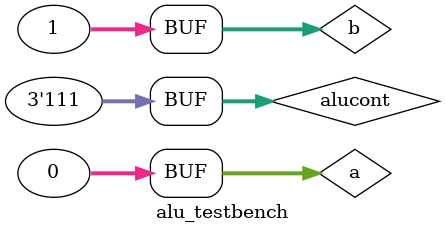
<source format=sv>
`timescale 1ns / 1ps


module alu_testbench();

    logic [31:0] a, b;
    logic [2:0] alucont;
    logic [31:0]result;
    logic zero;
    
    alu alu(a, b, alucont, result, zero);
    
    initial begin
        // A AND B
        alucont = 3'b000; 
        a = 32'hFFFF_FFFF;
        b = 32'h1234_5678;
        #10;
        
        // A OR B
        alucont = 3'b001; 
        a = 32'h1234_5678;
        b = 32'h8765_4321;
        #10;
        
        // A + B
        alucont = 3'b010; 
        a = 32'h0000_00FF;
        b = 32'h0000_0001;
        #10;
        
        // not used
        alucont = 3'b011; 
        a = 32'h0000_0000;
        b = 32'h0000_0000;
        #10;
        
        // A AND ~B
        alucont = 3'b100; 
        a = 32'h0000_0000;
        b = 32'h0000_0000;
        #10;
        
        // A OR ~B
        alucont = 3'b101; 
        a = 32'h0000_0000;
        b = 32'h0000_0000;
        #10;
        
        // A - B
        alucont = 3'b110; 
        a = 32'h0000_0100;
        b = 32'h0000_0001;
        #10;
        
        // SLT
        alucont = 3'b111; 
        a = 32'h0000_0000;
        b = 32'h0000_0001;
        #10;
    end
endmodule

</source>
